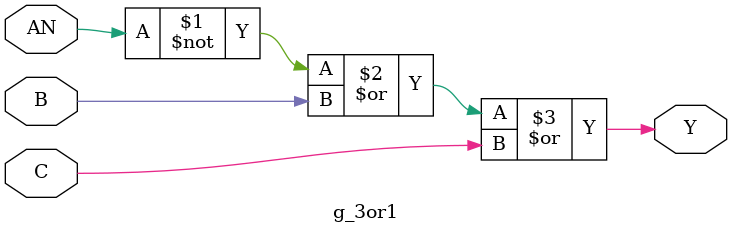
<source format=v>
module g_3or1 (Y, AN, B, C);

   input AN, B, C;
   output Y;

   or (Y, ~AN, B, C);

endmodule // g_3or1

</source>
